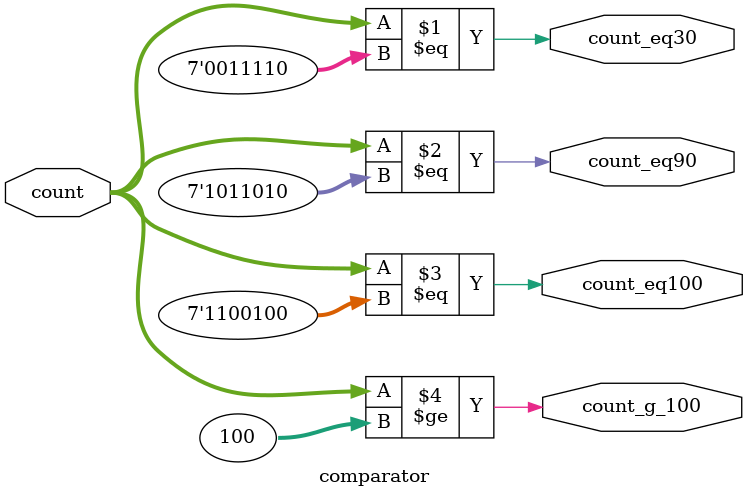
<source format=v>
module comparator(
    input wire [6:0] count,
    output wire count_eq30, count_eq90, count_eq100, count_g_100);


        assign count_eq30 = count == 30;
        assign count_eq90 = count == 90;
        assign count_eq100 = count == 100;
        assign count_g_100 = count >= 100;

endmodule
</source>
